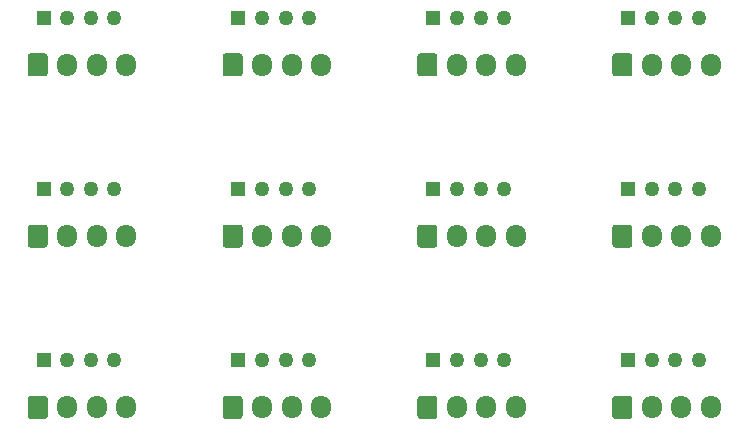
<source format=gbr>
%TF.GenerationSoftware,KiCad,Pcbnew,(5.1.10)-1*%
%TF.CreationDate,2021-08-14T09:06:36+01:00*%
%TF.ProjectId,grove_adaptor_panel,67726f76-655f-4616-9461-70746f725f70,rev?*%
%TF.SameCoordinates,Original*%
%TF.FileFunction,Copper,L2,Bot*%
%TF.FilePolarity,Positive*%
%FSLAX46Y46*%
G04 Gerber Fmt 4.6, Leading zero omitted, Abs format (unit mm)*
G04 Created by KiCad (PCBNEW (5.1.10)-1) date 2021-08-14 09:06:36*
%MOMM*%
%LPD*%
G01*
G04 APERTURE LIST*
%TA.AperFunction,ComponentPad*%
%ADD10C,1.270000*%
%TD*%
%TA.AperFunction,ComponentPad*%
%ADD11R,1.270000X1.270000*%
%TD*%
%TA.AperFunction,ComponentPad*%
%ADD12O,1.700000X1.950000*%
%TD*%
G04 APERTURE END LIST*
D10*
%TO.P,J2,4*%
%TO.N,GND*%
X232000000Y-122500000D03*
%TO.P,J2,3*%
%TO.N,+5V*%
X230000000Y-122500000D03*
%TO.P,J2,2*%
%TO.N,Net-(J1-Pad2)*%
X228000000Y-122500000D03*
D11*
%TO.P,J2,1*%
%TO.N,Net-(J1-Pad1)*%
X226000000Y-122500000D03*
%TD*%
D10*
%TO.P,J2,4*%
%TO.N,GND*%
X215500000Y-122500000D03*
%TO.P,J2,3*%
%TO.N,+5V*%
X213500000Y-122500000D03*
%TO.P,J2,2*%
%TO.N,Net-(J1-Pad2)*%
X211500000Y-122500000D03*
D11*
%TO.P,J2,1*%
%TO.N,Net-(J1-Pad1)*%
X209500000Y-122500000D03*
%TD*%
D10*
%TO.P,J2,4*%
%TO.N,GND*%
X199000000Y-122500000D03*
%TO.P,J2,3*%
%TO.N,+5V*%
X197000000Y-122500000D03*
%TO.P,J2,2*%
%TO.N,Net-(J1-Pad2)*%
X195000000Y-122500000D03*
D11*
%TO.P,J2,1*%
%TO.N,Net-(J1-Pad1)*%
X193000000Y-122500000D03*
%TD*%
D10*
%TO.P,J2,4*%
%TO.N,GND*%
X182500000Y-122500000D03*
%TO.P,J2,3*%
%TO.N,+5V*%
X180500000Y-122500000D03*
%TO.P,J2,2*%
%TO.N,Net-(J1-Pad2)*%
X178500000Y-122500000D03*
D11*
%TO.P,J2,1*%
%TO.N,Net-(J1-Pad1)*%
X176500000Y-122500000D03*
%TD*%
D10*
%TO.P,J2,4*%
%TO.N,GND*%
X232000000Y-108000000D03*
%TO.P,J2,3*%
%TO.N,+5V*%
X230000000Y-108000000D03*
%TO.P,J2,2*%
%TO.N,Net-(J1-Pad2)*%
X228000000Y-108000000D03*
D11*
%TO.P,J2,1*%
%TO.N,Net-(J1-Pad1)*%
X226000000Y-108000000D03*
%TD*%
D10*
%TO.P,J2,4*%
%TO.N,GND*%
X215500000Y-108000000D03*
%TO.P,J2,3*%
%TO.N,+5V*%
X213500000Y-108000000D03*
%TO.P,J2,2*%
%TO.N,Net-(J1-Pad2)*%
X211500000Y-108000000D03*
D11*
%TO.P,J2,1*%
%TO.N,Net-(J1-Pad1)*%
X209500000Y-108000000D03*
%TD*%
D10*
%TO.P,J2,4*%
%TO.N,GND*%
X199000000Y-108000000D03*
%TO.P,J2,3*%
%TO.N,+5V*%
X197000000Y-108000000D03*
%TO.P,J2,2*%
%TO.N,Net-(J1-Pad2)*%
X195000000Y-108000000D03*
D11*
%TO.P,J2,1*%
%TO.N,Net-(J1-Pad1)*%
X193000000Y-108000000D03*
%TD*%
D10*
%TO.P,J2,4*%
%TO.N,GND*%
X182500000Y-108000000D03*
%TO.P,J2,3*%
%TO.N,+5V*%
X180500000Y-108000000D03*
%TO.P,J2,2*%
%TO.N,Net-(J1-Pad2)*%
X178500000Y-108000000D03*
D11*
%TO.P,J2,1*%
%TO.N,Net-(J1-Pad1)*%
X176500000Y-108000000D03*
%TD*%
D10*
%TO.P,J2,4*%
%TO.N,GND*%
X232000000Y-93500000D03*
%TO.P,J2,3*%
%TO.N,+5V*%
X230000000Y-93500000D03*
%TO.P,J2,2*%
%TO.N,Net-(J1-Pad2)*%
X228000000Y-93500000D03*
D11*
%TO.P,J2,1*%
%TO.N,Net-(J1-Pad1)*%
X226000000Y-93500000D03*
%TD*%
D10*
%TO.P,J2,4*%
%TO.N,GND*%
X215500000Y-93500000D03*
%TO.P,J2,3*%
%TO.N,+5V*%
X213500000Y-93500000D03*
%TO.P,J2,2*%
%TO.N,Net-(J1-Pad2)*%
X211500000Y-93500000D03*
D11*
%TO.P,J2,1*%
%TO.N,Net-(J1-Pad1)*%
X209500000Y-93500000D03*
%TD*%
D10*
%TO.P,J2,4*%
%TO.N,GND*%
X199000000Y-93500000D03*
%TO.P,J2,3*%
%TO.N,+5V*%
X197000000Y-93500000D03*
%TO.P,J2,2*%
%TO.N,Net-(J1-Pad2)*%
X195000000Y-93500000D03*
D11*
%TO.P,J2,1*%
%TO.N,Net-(J1-Pad1)*%
X193000000Y-93500000D03*
%TD*%
D12*
%TO.P,J1,4*%
%TO.N,GND*%
X233000000Y-126500000D03*
%TO.P,J1,3*%
%TO.N,+5V*%
X230500000Y-126500000D03*
%TO.P,J1,2*%
%TO.N,Net-(J1-Pad2)*%
X228000000Y-126500000D03*
%TO.P,J1,1*%
%TO.N,Net-(J1-Pad1)*%
%TA.AperFunction,ComponentPad*%
G36*
G01*
X224650000Y-127225000D02*
X224650000Y-125775000D01*
G75*
G02*
X224900000Y-125525000I250000J0D01*
G01*
X226100000Y-125525000D01*
G75*
G02*
X226350000Y-125775000I0J-250000D01*
G01*
X226350000Y-127225000D01*
G75*
G02*
X226100000Y-127475000I-250000J0D01*
G01*
X224900000Y-127475000D01*
G75*
G02*
X224650000Y-127225000I0J250000D01*
G01*
G37*
%TD.AperFunction*%
%TD*%
%TO.P,J1,4*%
%TO.N,GND*%
X216500000Y-126500000D03*
%TO.P,J1,3*%
%TO.N,+5V*%
X214000000Y-126500000D03*
%TO.P,J1,2*%
%TO.N,Net-(J1-Pad2)*%
X211500000Y-126500000D03*
%TO.P,J1,1*%
%TO.N,Net-(J1-Pad1)*%
%TA.AperFunction,ComponentPad*%
G36*
G01*
X208150000Y-127225000D02*
X208150000Y-125775000D01*
G75*
G02*
X208400000Y-125525000I250000J0D01*
G01*
X209600000Y-125525000D01*
G75*
G02*
X209850000Y-125775000I0J-250000D01*
G01*
X209850000Y-127225000D01*
G75*
G02*
X209600000Y-127475000I-250000J0D01*
G01*
X208400000Y-127475000D01*
G75*
G02*
X208150000Y-127225000I0J250000D01*
G01*
G37*
%TD.AperFunction*%
%TD*%
%TO.P,J1,4*%
%TO.N,GND*%
X200000000Y-126500000D03*
%TO.P,J1,3*%
%TO.N,+5V*%
X197500000Y-126500000D03*
%TO.P,J1,2*%
%TO.N,Net-(J1-Pad2)*%
X195000000Y-126500000D03*
%TO.P,J1,1*%
%TO.N,Net-(J1-Pad1)*%
%TA.AperFunction,ComponentPad*%
G36*
G01*
X191650000Y-127225000D02*
X191650000Y-125775000D01*
G75*
G02*
X191900000Y-125525000I250000J0D01*
G01*
X193100000Y-125525000D01*
G75*
G02*
X193350000Y-125775000I0J-250000D01*
G01*
X193350000Y-127225000D01*
G75*
G02*
X193100000Y-127475000I-250000J0D01*
G01*
X191900000Y-127475000D01*
G75*
G02*
X191650000Y-127225000I0J250000D01*
G01*
G37*
%TD.AperFunction*%
%TD*%
%TO.P,J1,4*%
%TO.N,GND*%
X183500000Y-126500000D03*
%TO.P,J1,3*%
%TO.N,+5V*%
X181000000Y-126500000D03*
%TO.P,J1,2*%
%TO.N,Net-(J1-Pad2)*%
X178500000Y-126500000D03*
%TO.P,J1,1*%
%TO.N,Net-(J1-Pad1)*%
%TA.AperFunction,ComponentPad*%
G36*
G01*
X175150000Y-127225000D02*
X175150000Y-125775000D01*
G75*
G02*
X175400000Y-125525000I250000J0D01*
G01*
X176600000Y-125525000D01*
G75*
G02*
X176850000Y-125775000I0J-250000D01*
G01*
X176850000Y-127225000D01*
G75*
G02*
X176600000Y-127475000I-250000J0D01*
G01*
X175400000Y-127475000D01*
G75*
G02*
X175150000Y-127225000I0J250000D01*
G01*
G37*
%TD.AperFunction*%
%TD*%
%TO.P,J1,4*%
%TO.N,GND*%
X233000000Y-112000000D03*
%TO.P,J1,3*%
%TO.N,+5V*%
X230500000Y-112000000D03*
%TO.P,J1,2*%
%TO.N,Net-(J1-Pad2)*%
X228000000Y-112000000D03*
%TO.P,J1,1*%
%TO.N,Net-(J1-Pad1)*%
%TA.AperFunction,ComponentPad*%
G36*
G01*
X224650000Y-112725000D02*
X224650000Y-111275000D01*
G75*
G02*
X224900000Y-111025000I250000J0D01*
G01*
X226100000Y-111025000D01*
G75*
G02*
X226350000Y-111275000I0J-250000D01*
G01*
X226350000Y-112725000D01*
G75*
G02*
X226100000Y-112975000I-250000J0D01*
G01*
X224900000Y-112975000D01*
G75*
G02*
X224650000Y-112725000I0J250000D01*
G01*
G37*
%TD.AperFunction*%
%TD*%
%TO.P,J1,4*%
%TO.N,GND*%
X216500000Y-112000000D03*
%TO.P,J1,3*%
%TO.N,+5V*%
X214000000Y-112000000D03*
%TO.P,J1,2*%
%TO.N,Net-(J1-Pad2)*%
X211500000Y-112000000D03*
%TO.P,J1,1*%
%TO.N,Net-(J1-Pad1)*%
%TA.AperFunction,ComponentPad*%
G36*
G01*
X208150000Y-112725000D02*
X208150000Y-111275000D01*
G75*
G02*
X208400000Y-111025000I250000J0D01*
G01*
X209600000Y-111025000D01*
G75*
G02*
X209850000Y-111275000I0J-250000D01*
G01*
X209850000Y-112725000D01*
G75*
G02*
X209600000Y-112975000I-250000J0D01*
G01*
X208400000Y-112975000D01*
G75*
G02*
X208150000Y-112725000I0J250000D01*
G01*
G37*
%TD.AperFunction*%
%TD*%
%TO.P,J1,4*%
%TO.N,GND*%
X200000000Y-112000000D03*
%TO.P,J1,3*%
%TO.N,+5V*%
X197500000Y-112000000D03*
%TO.P,J1,2*%
%TO.N,Net-(J1-Pad2)*%
X195000000Y-112000000D03*
%TO.P,J1,1*%
%TO.N,Net-(J1-Pad1)*%
%TA.AperFunction,ComponentPad*%
G36*
G01*
X191650000Y-112725000D02*
X191650000Y-111275000D01*
G75*
G02*
X191900000Y-111025000I250000J0D01*
G01*
X193100000Y-111025000D01*
G75*
G02*
X193350000Y-111275000I0J-250000D01*
G01*
X193350000Y-112725000D01*
G75*
G02*
X193100000Y-112975000I-250000J0D01*
G01*
X191900000Y-112975000D01*
G75*
G02*
X191650000Y-112725000I0J250000D01*
G01*
G37*
%TD.AperFunction*%
%TD*%
%TO.P,J1,4*%
%TO.N,GND*%
X183500000Y-112000000D03*
%TO.P,J1,3*%
%TO.N,+5V*%
X181000000Y-112000000D03*
%TO.P,J1,2*%
%TO.N,Net-(J1-Pad2)*%
X178500000Y-112000000D03*
%TO.P,J1,1*%
%TO.N,Net-(J1-Pad1)*%
%TA.AperFunction,ComponentPad*%
G36*
G01*
X175150000Y-112725000D02*
X175150000Y-111275000D01*
G75*
G02*
X175400000Y-111025000I250000J0D01*
G01*
X176600000Y-111025000D01*
G75*
G02*
X176850000Y-111275000I0J-250000D01*
G01*
X176850000Y-112725000D01*
G75*
G02*
X176600000Y-112975000I-250000J0D01*
G01*
X175400000Y-112975000D01*
G75*
G02*
X175150000Y-112725000I0J250000D01*
G01*
G37*
%TD.AperFunction*%
%TD*%
%TO.P,J1,4*%
%TO.N,GND*%
X233000000Y-97500000D03*
%TO.P,J1,3*%
%TO.N,+5V*%
X230500000Y-97500000D03*
%TO.P,J1,2*%
%TO.N,Net-(J1-Pad2)*%
X228000000Y-97500000D03*
%TO.P,J1,1*%
%TO.N,Net-(J1-Pad1)*%
%TA.AperFunction,ComponentPad*%
G36*
G01*
X224650000Y-98225000D02*
X224650000Y-96775000D01*
G75*
G02*
X224900000Y-96525000I250000J0D01*
G01*
X226100000Y-96525000D01*
G75*
G02*
X226350000Y-96775000I0J-250000D01*
G01*
X226350000Y-98225000D01*
G75*
G02*
X226100000Y-98475000I-250000J0D01*
G01*
X224900000Y-98475000D01*
G75*
G02*
X224650000Y-98225000I0J250000D01*
G01*
G37*
%TD.AperFunction*%
%TD*%
%TO.P,J1,4*%
%TO.N,GND*%
X216500000Y-97500000D03*
%TO.P,J1,3*%
%TO.N,+5V*%
X214000000Y-97500000D03*
%TO.P,J1,2*%
%TO.N,Net-(J1-Pad2)*%
X211500000Y-97500000D03*
%TO.P,J1,1*%
%TO.N,Net-(J1-Pad1)*%
%TA.AperFunction,ComponentPad*%
G36*
G01*
X208150000Y-98225000D02*
X208150000Y-96775000D01*
G75*
G02*
X208400000Y-96525000I250000J0D01*
G01*
X209600000Y-96525000D01*
G75*
G02*
X209850000Y-96775000I0J-250000D01*
G01*
X209850000Y-98225000D01*
G75*
G02*
X209600000Y-98475000I-250000J0D01*
G01*
X208400000Y-98475000D01*
G75*
G02*
X208150000Y-98225000I0J250000D01*
G01*
G37*
%TD.AperFunction*%
%TD*%
%TO.P,J1,4*%
%TO.N,GND*%
X200000000Y-97500000D03*
%TO.P,J1,3*%
%TO.N,+5V*%
X197500000Y-97500000D03*
%TO.P,J1,2*%
%TO.N,Net-(J1-Pad2)*%
X195000000Y-97500000D03*
%TO.P,J1,1*%
%TO.N,Net-(J1-Pad1)*%
%TA.AperFunction,ComponentPad*%
G36*
G01*
X191650000Y-98225000D02*
X191650000Y-96775000D01*
G75*
G02*
X191900000Y-96525000I250000J0D01*
G01*
X193100000Y-96525000D01*
G75*
G02*
X193350000Y-96775000I0J-250000D01*
G01*
X193350000Y-98225000D01*
G75*
G02*
X193100000Y-98475000I-250000J0D01*
G01*
X191900000Y-98475000D01*
G75*
G02*
X191650000Y-98225000I0J250000D01*
G01*
G37*
%TD.AperFunction*%
%TD*%
D10*
%TO.P,J2,4*%
%TO.N,GND*%
X182500000Y-93500000D03*
%TO.P,J2,3*%
%TO.N,+5V*%
X180500000Y-93500000D03*
%TO.P,J2,2*%
%TO.N,Net-(J1-Pad2)*%
X178500000Y-93500000D03*
D11*
%TO.P,J2,1*%
%TO.N,Net-(J1-Pad1)*%
X176500000Y-93500000D03*
%TD*%
D12*
%TO.P,J1,4*%
%TO.N,GND*%
X183500000Y-97500000D03*
%TO.P,J1,3*%
%TO.N,+5V*%
X181000000Y-97500000D03*
%TO.P,J1,2*%
%TO.N,Net-(J1-Pad2)*%
X178500000Y-97500000D03*
%TO.P,J1,1*%
%TO.N,Net-(J1-Pad1)*%
%TA.AperFunction,ComponentPad*%
G36*
G01*
X175150000Y-98225000D02*
X175150000Y-96775000D01*
G75*
G02*
X175400000Y-96525000I250000J0D01*
G01*
X176600000Y-96525000D01*
G75*
G02*
X176850000Y-96775000I0J-250000D01*
G01*
X176850000Y-98225000D01*
G75*
G02*
X176600000Y-98475000I-250000J0D01*
G01*
X175400000Y-98475000D01*
G75*
G02*
X175150000Y-98225000I0J250000D01*
G01*
G37*
%TD.AperFunction*%
%TD*%
M02*

</source>
